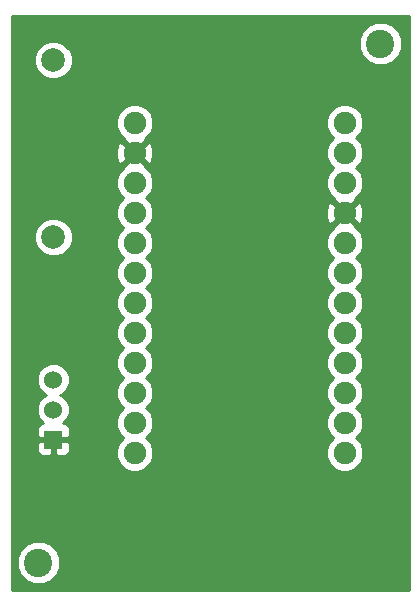
<source format=gbl>
G04 #@! TF.FileFunction,Copper,L2,Bot,Signal*
%FSLAX46Y46*%
G04 Gerber Fmt 4.6, Leading zero omitted, Abs format (unit mm)*
G04 Created by KiCad (PCBNEW (2015-11-24 BZR 6329, Git e511afd)-product) date Die 01 Dez 2015 10:43:08 CET*
%MOMM*%
G01*
G04 APERTURE LIST*
%ADD10C,0.150000*%
%ADD11C,1.900000*%
%ADD12R,1.524000X1.524000*%
%ADD13C,1.524000*%
%ADD14C,2.400000*%
%ADD15C,1.998980*%
%ADD16C,0.254000*%
G04 APERTURE END LIST*
D10*
D11*
X121190000Y-78852000D03*
X121190000Y-81392000D03*
X121190000Y-83932000D03*
X121190000Y-86472000D03*
X121190000Y-89012000D03*
X121190000Y-91552000D03*
X121190000Y-94092000D03*
X121190000Y-96632000D03*
X121190000Y-99172000D03*
X121190000Y-101712000D03*
X121190000Y-104252000D03*
X121190000Y-106792000D03*
X138970000Y-78852000D03*
X138970000Y-81392000D03*
X138970000Y-83932000D03*
X138970000Y-86472000D03*
X138970000Y-89012000D03*
X138970000Y-91552000D03*
X138970000Y-94092000D03*
X138970000Y-96632000D03*
X138970000Y-99172000D03*
X138970000Y-101712000D03*
X138970000Y-104252000D03*
X138970000Y-106792000D03*
D12*
X114300000Y-105664000D03*
D13*
X114300000Y-103124000D03*
X114300000Y-100584000D03*
D14*
X113030000Y-116078000D03*
X141986000Y-72136000D03*
D15*
X114300000Y-73526000D03*
X114300000Y-88526000D03*
D16*
G36*
X144395000Y-118407000D02*
X110765000Y-118407000D01*
X110765000Y-116441403D01*
X111194682Y-116441403D01*
X111473455Y-117116086D01*
X111989199Y-117632730D01*
X112663395Y-117912681D01*
X113393403Y-117913318D01*
X114068086Y-117634545D01*
X114584730Y-117118801D01*
X114864681Y-116444605D01*
X114865318Y-115714597D01*
X114586545Y-115039914D01*
X114070801Y-114523270D01*
X113396605Y-114243319D01*
X112666597Y-114242682D01*
X111991914Y-114521455D01*
X111475270Y-115037199D01*
X111195319Y-115711395D01*
X111194682Y-116441403D01*
X110765000Y-116441403D01*
X110765000Y-105949750D01*
X112903000Y-105949750D01*
X112903000Y-106552309D01*
X112999673Y-106785698D01*
X113178301Y-106964327D01*
X113411690Y-107061000D01*
X114014250Y-107061000D01*
X114173000Y-106902250D01*
X114173000Y-105791000D01*
X114427000Y-105791000D01*
X114427000Y-106902250D01*
X114585750Y-107061000D01*
X115188310Y-107061000D01*
X115421699Y-106964327D01*
X115600327Y-106785698D01*
X115697000Y-106552309D01*
X115697000Y-105949750D01*
X115538250Y-105791000D01*
X114427000Y-105791000D01*
X114173000Y-105791000D01*
X113061750Y-105791000D01*
X112903000Y-105949750D01*
X110765000Y-105949750D01*
X110765000Y-100860661D01*
X112902758Y-100860661D01*
X113114990Y-101374303D01*
X113507630Y-101767629D01*
X113715512Y-101853949D01*
X113509697Y-101938990D01*
X113116371Y-102331630D01*
X112903243Y-102844900D01*
X112902758Y-103400661D01*
X113114990Y-103914303D01*
X113467072Y-104267000D01*
X113411690Y-104267000D01*
X113178301Y-104363673D01*
X112999673Y-104542302D01*
X112903000Y-104775691D01*
X112903000Y-105378250D01*
X113061750Y-105537000D01*
X114173000Y-105537000D01*
X114173000Y-105517000D01*
X114427000Y-105517000D01*
X114427000Y-105537000D01*
X115538250Y-105537000D01*
X115697000Y-105378250D01*
X115697000Y-104775691D01*
X115600327Y-104542302D01*
X115421699Y-104363673D01*
X115188310Y-104267000D01*
X115132386Y-104267000D01*
X115483629Y-103916370D01*
X115696757Y-103403100D01*
X115697242Y-102847339D01*
X115485010Y-102333697D01*
X115092370Y-101940371D01*
X114884488Y-101854051D01*
X115090303Y-101769010D01*
X115483629Y-101376370D01*
X115696757Y-100863100D01*
X115697242Y-100307339D01*
X115485010Y-99793697D01*
X115092370Y-99400371D01*
X114579100Y-99187243D01*
X114023339Y-99186758D01*
X113509697Y-99398990D01*
X113116371Y-99791630D01*
X112903243Y-100304900D01*
X112902758Y-100860661D01*
X110765000Y-100860661D01*
X110765000Y-88849694D01*
X112665226Y-88849694D01*
X112913538Y-89450655D01*
X113372927Y-89910846D01*
X113973453Y-90160206D01*
X114623694Y-90160774D01*
X115224655Y-89912462D01*
X115684846Y-89453073D01*
X115934206Y-88852547D01*
X115934774Y-88202306D01*
X115686462Y-87601345D01*
X115227073Y-87141154D01*
X114626547Y-86891794D01*
X113976306Y-86891226D01*
X113375345Y-87139538D01*
X112915154Y-87598927D01*
X112665794Y-88199453D01*
X112665226Y-88849694D01*
X110765000Y-88849694D01*
X110765000Y-84245893D01*
X119604725Y-84245893D01*
X119845519Y-84828657D01*
X120218471Y-85202261D01*
X119847086Y-85572997D01*
X119605276Y-86155341D01*
X119604725Y-86785893D01*
X119845519Y-87368657D01*
X120218471Y-87742261D01*
X119847086Y-88112997D01*
X119605276Y-88695341D01*
X119604725Y-89325893D01*
X119845519Y-89908657D01*
X120218471Y-90282261D01*
X119847086Y-90652997D01*
X119605276Y-91235341D01*
X119604725Y-91865893D01*
X119845519Y-92448657D01*
X120218471Y-92822261D01*
X119847086Y-93192997D01*
X119605276Y-93775341D01*
X119604725Y-94405893D01*
X119845519Y-94988657D01*
X120218471Y-95362261D01*
X119847086Y-95732997D01*
X119605276Y-96315341D01*
X119604725Y-96945893D01*
X119845519Y-97528657D01*
X120218471Y-97902261D01*
X119847086Y-98272997D01*
X119605276Y-98855341D01*
X119604725Y-99485893D01*
X119845519Y-100068657D01*
X120218471Y-100442261D01*
X119847086Y-100812997D01*
X119605276Y-101395341D01*
X119604725Y-102025893D01*
X119845519Y-102608657D01*
X120218471Y-102982261D01*
X119847086Y-103352997D01*
X119605276Y-103935341D01*
X119604725Y-104565893D01*
X119845519Y-105148657D01*
X120218471Y-105522261D01*
X119847086Y-105892997D01*
X119605276Y-106475341D01*
X119604725Y-107105893D01*
X119845519Y-107688657D01*
X120290997Y-108134914D01*
X120873341Y-108376724D01*
X121503893Y-108377275D01*
X122086657Y-108136481D01*
X122532914Y-107691003D01*
X122774724Y-107108659D01*
X122775275Y-106478107D01*
X122534481Y-105895343D01*
X122161529Y-105521739D01*
X122532914Y-105151003D01*
X122774724Y-104568659D01*
X122775275Y-103938107D01*
X122534481Y-103355343D01*
X122161529Y-102981739D01*
X122532914Y-102611003D01*
X122774724Y-102028659D01*
X122775275Y-101398107D01*
X122534481Y-100815343D01*
X122161529Y-100441739D01*
X122532914Y-100071003D01*
X122774724Y-99488659D01*
X122775275Y-98858107D01*
X122534481Y-98275343D01*
X122161529Y-97901739D01*
X122532914Y-97531003D01*
X122774724Y-96948659D01*
X122775275Y-96318107D01*
X122534481Y-95735343D01*
X122161529Y-95361739D01*
X122532914Y-94991003D01*
X122774724Y-94408659D01*
X122775275Y-93778107D01*
X122534481Y-93195343D01*
X122161529Y-92821739D01*
X122532914Y-92451003D01*
X122774724Y-91868659D01*
X122775275Y-91238107D01*
X122534481Y-90655343D01*
X122161529Y-90281739D01*
X122532914Y-89911003D01*
X122774724Y-89328659D01*
X122774726Y-89325893D01*
X137384725Y-89325893D01*
X137625519Y-89908657D01*
X137998471Y-90282261D01*
X137627086Y-90652997D01*
X137385276Y-91235341D01*
X137384725Y-91865893D01*
X137625519Y-92448657D01*
X137998471Y-92822261D01*
X137627086Y-93192997D01*
X137385276Y-93775341D01*
X137384725Y-94405893D01*
X137625519Y-94988657D01*
X137998471Y-95362261D01*
X137627086Y-95732997D01*
X137385276Y-96315341D01*
X137384725Y-96945893D01*
X137625519Y-97528657D01*
X137998471Y-97902261D01*
X137627086Y-98272997D01*
X137385276Y-98855341D01*
X137384725Y-99485893D01*
X137625519Y-100068657D01*
X137998471Y-100442261D01*
X137627086Y-100812997D01*
X137385276Y-101395341D01*
X137384725Y-102025893D01*
X137625519Y-102608657D01*
X137998471Y-102982261D01*
X137627086Y-103352997D01*
X137385276Y-103935341D01*
X137384725Y-104565893D01*
X137625519Y-105148657D01*
X137998471Y-105522261D01*
X137627086Y-105892997D01*
X137385276Y-106475341D01*
X137384725Y-107105893D01*
X137625519Y-107688657D01*
X138070997Y-108134914D01*
X138653341Y-108376724D01*
X139283893Y-108377275D01*
X139866657Y-108136481D01*
X140312914Y-107691003D01*
X140554724Y-107108659D01*
X140555275Y-106478107D01*
X140314481Y-105895343D01*
X139941529Y-105521739D01*
X140312914Y-105151003D01*
X140554724Y-104568659D01*
X140555275Y-103938107D01*
X140314481Y-103355343D01*
X139941529Y-102981739D01*
X140312914Y-102611003D01*
X140554724Y-102028659D01*
X140555275Y-101398107D01*
X140314481Y-100815343D01*
X139941529Y-100441739D01*
X140312914Y-100071003D01*
X140554724Y-99488659D01*
X140555275Y-98858107D01*
X140314481Y-98275343D01*
X139941529Y-97901739D01*
X140312914Y-97531003D01*
X140554724Y-96948659D01*
X140555275Y-96318107D01*
X140314481Y-95735343D01*
X139941529Y-95361739D01*
X140312914Y-94991003D01*
X140554724Y-94408659D01*
X140555275Y-93778107D01*
X140314481Y-93195343D01*
X139941529Y-92821739D01*
X140312914Y-92451003D01*
X140554724Y-91868659D01*
X140555275Y-91238107D01*
X140314481Y-90655343D01*
X139941529Y-90281739D01*
X140312914Y-89911003D01*
X140554724Y-89328659D01*
X140555275Y-88698107D01*
X140314481Y-88115343D01*
X139875789Y-87675884D01*
X139906745Y-87588350D01*
X138970000Y-86651605D01*
X138033255Y-87588350D01*
X138064407Y-87676439D01*
X137627086Y-88112997D01*
X137385276Y-88695341D01*
X137384725Y-89325893D01*
X122774726Y-89325893D01*
X122775275Y-88698107D01*
X122534481Y-88115343D01*
X122161529Y-87741739D01*
X122532914Y-87371003D01*
X122774724Y-86788659D01*
X122775221Y-86219398D01*
X137373812Y-86219398D01*
X137398648Y-86849461D01*
X137591981Y-87316208D01*
X137853650Y-87408745D01*
X138790395Y-86472000D01*
X139149605Y-86472000D01*
X140086350Y-87408745D01*
X140348019Y-87316208D01*
X140566188Y-86724602D01*
X140541352Y-86094539D01*
X140348019Y-85627792D01*
X140086350Y-85535255D01*
X139149605Y-86472000D01*
X138790395Y-86472000D01*
X137853650Y-85535255D01*
X137591981Y-85627792D01*
X137373812Y-86219398D01*
X122775221Y-86219398D01*
X122775275Y-86158107D01*
X122534481Y-85575343D01*
X122161529Y-85201739D01*
X122532914Y-84831003D01*
X122774724Y-84248659D01*
X122775275Y-83618107D01*
X122534481Y-83035343D01*
X122095789Y-82595884D01*
X122126745Y-82508350D01*
X121190000Y-81571605D01*
X120253255Y-82508350D01*
X120284407Y-82596439D01*
X119847086Y-83032997D01*
X119605276Y-83615341D01*
X119604725Y-84245893D01*
X110765000Y-84245893D01*
X110765000Y-81139398D01*
X119593812Y-81139398D01*
X119618648Y-81769461D01*
X119811981Y-82236208D01*
X120073650Y-82328745D01*
X121010395Y-81392000D01*
X121369605Y-81392000D01*
X122306350Y-82328745D01*
X122568019Y-82236208D01*
X122786188Y-81644602D01*
X122761352Y-81014539D01*
X122568019Y-80547792D01*
X122306350Y-80455255D01*
X121369605Y-81392000D01*
X121010395Y-81392000D01*
X120073650Y-80455255D01*
X119811981Y-80547792D01*
X119593812Y-81139398D01*
X110765000Y-81139398D01*
X110765000Y-79165893D01*
X119604725Y-79165893D01*
X119845519Y-79748657D01*
X120284211Y-80188116D01*
X120253255Y-80275650D01*
X121190000Y-81212395D01*
X122126745Y-80275650D01*
X122095593Y-80187561D01*
X122532914Y-79751003D01*
X122774724Y-79168659D01*
X122774726Y-79165893D01*
X137384725Y-79165893D01*
X137625519Y-79748657D01*
X137998471Y-80122261D01*
X137627086Y-80492997D01*
X137385276Y-81075341D01*
X137384725Y-81705893D01*
X137625519Y-82288657D01*
X137998471Y-82662261D01*
X137627086Y-83032997D01*
X137385276Y-83615341D01*
X137384725Y-84245893D01*
X137625519Y-84828657D01*
X138064211Y-85268116D01*
X138033255Y-85355650D01*
X138970000Y-86292395D01*
X139906745Y-85355650D01*
X139875593Y-85267561D01*
X140312914Y-84831003D01*
X140554724Y-84248659D01*
X140555275Y-83618107D01*
X140314481Y-83035343D01*
X139941529Y-82661739D01*
X140312914Y-82291003D01*
X140554724Y-81708659D01*
X140555275Y-81078107D01*
X140314481Y-80495343D01*
X139941529Y-80121739D01*
X140312914Y-79751003D01*
X140554724Y-79168659D01*
X140555275Y-78538107D01*
X140314481Y-77955343D01*
X139869003Y-77509086D01*
X139286659Y-77267276D01*
X138656107Y-77266725D01*
X138073343Y-77507519D01*
X137627086Y-77952997D01*
X137385276Y-78535341D01*
X137384725Y-79165893D01*
X122774726Y-79165893D01*
X122775275Y-78538107D01*
X122534481Y-77955343D01*
X122089003Y-77509086D01*
X121506659Y-77267276D01*
X120876107Y-77266725D01*
X120293343Y-77507519D01*
X119847086Y-77952997D01*
X119605276Y-78535341D01*
X119604725Y-79165893D01*
X110765000Y-79165893D01*
X110765000Y-73849694D01*
X112665226Y-73849694D01*
X112913538Y-74450655D01*
X113372927Y-74910846D01*
X113973453Y-75160206D01*
X114623694Y-75160774D01*
X115224655Y-74912462D01*
X115684846Y-74453073D01*
X115934206Y-73852547D01*
X115934774Y-73202306D01*
X115686462Y-72601345D01*
X115584698Y-72499403D01*
X140150682Y-72499403D01*
X140429455Y-73174086D01*
X140945199Y-73690730D01*
X141619395Y-73970681D01*
X142349403Y-73971318D01*
X143024086Y-73692545D01*
X143540730Y-73176801D01*
X143820681Y-72502605D01*
X143821318Y-71772597D01*
X143542545Y-71097914D01*
X143026801Y-70581270D01*
X142352605Y-70301319D01*
X141622597Y-70300682D01*
X140947914Y-70579455D01*
X140431270Y-71095199D01*
X140151319Y-71769395D01*
X140150682Y-72499403D01*
X115584698Y-72499403D01*
X115227073Y-72141154D01*
X114626547Y-71891794D01*
X113976306Y-71891226D01*
X113375345Y-72139538D01*
X112915154Y-72598927D01*
X112665794Y-73199453D01*
X112665226Y-73849694D01*
X110765000Y-73849694D01*
X110765000Y-69777000D01*
X144395000Y-69777000D01*
X144395000Y-118407000D01*
X144395000Y-118407000D01*
G37*
X144395000Y-118407000D02*
X110765000Y-118407000D01*
X110765000Y-116441403D01*
X111194682Y-116441403D01*
X111473455Y-117116086D01*
X111989199Y-117632730D01*
X112663395Y-117912681D01*
X113393403Y-117913318D01*
X114068086Y-117634545D01*
X114584730Y-117118801D01*
X114864681Y-116444605D01*
X114865318Y-115714597D01*
X114586545Y-115039914D01*
X114070801Y-114523270D01*
X113396605Y-114243319D01*
X112666597Y-114242682D01*
X111991914Y-114521455D01*
X111475270Y-115037199D01*
X111195319Y-115711395D01*
X111194682Y-116441403D01*
X110765000Y-116441403D01*
X110765000Y-105949750D01*
X112903000Y-105949750D01*
X112903000Y-106552309D01*
X112999673Y-106785698D01*
X113178301Y-106964327D01*
X113411690Y-107061000D01*
X114014250Y-107061000D01*
X114173000Y-106902250D01*
X114173000Y-105791000D01*
X114427000Y-105791000D01*
X114427000Y-106902250D01*
X114585750Y-107061000D01*
X115188310Y-107061000D01*
X115421699Y-106964327D01*
X115600327Y-106785698D01*
X115697000Y-106552309D01*
X115697000Y-105949750D01*
X115538250Y-105791000D01*
X114427000Y-105791000D01*
X114173000Y-105791000D01*
X113061750Y-105791000D01*
X112903000Y-105949750D01*
X110765000Y-105949750D01*
X110765000Y-100860661D01*
X112902758Y-100860661D01*
X113114990Y-101374303D01*
X113507630Y-101767629D01*
X113715512Y-101853949D01*
X113509697Y-101938990D01*
X113116371Y-102331630D01*
X112903243Y-102844900D01*
X112902758Y-103400661D01*
X113114990Y-103914303D01*
X113467072Y-104267000D01*
X113411690Y-104267000D01*
X113178301Y-104363673D01*
X112999673Y-104542302D01*
X112903000Y-104775691D01*
X112903000Y-105378250D01*
X113061750Y-105537000D01*
X114173000Y-105537000D01*
X114173000Y-105517000D01*
X114427000Y-105517000D01*
X114427000Y-105537000D01*
X115538250Y-105537000D01*
X115697000Y-105378250D01*
X115697000Y-104775691D01*
X115600327Y-104542302D01*
X115421699Y-104363673D01*
X115188310Y-104267000D01*
X115132386Y-104267000D01*
X115483629Y-103916370D01*
X115696757Y-103403100D01*
X115697242Y-102847339D01*
X115485010Y-102333697D01*
X115092370Y-101940371D01*
X114884488Y-101854051D01*
X115090303Y-101769010D01*
X115483629Y-101376370D01*
X115696757Y-100863100D01*
X115697242Y-100307339D01*
X115485010Y-99793697D01*
X115092370Y-99400371D01*
X114579100Y-99187243D01*
X114023339Y-99186758D01*
X113509697Y-99398990D01*
X113116371Y-99791630D01*
X112903243Y-100304900D01*
X112902758Y-100860661D01*
X110765000Y-100860661D01*
X110765000Y-88849694D01*
X112665226Y-88849694D01*
X112913538Y-89450655D01*
X113372927Y-89910846D01*
X113973453Y-90160206D01*
X114623694Y-90160774D01*
X115224655Y-89912462D01*
X115684846Y-89453073D01*
X115934206Y-88852547D01*
X115934774Y-88202306D01*
X115686462Y-87601345D01*
X115227073Y-87141154D01*
X114626547Y-86891794D01*
X113976306Y-86891226D01*
X113375345Y-87139538D01*
X112915154Y-87598927D01*
X112665794Y-88199453D01*
X112665226Y-88849694D01*
X110765000Y-88849694D01*
X110765000Y-84245893D01*
X119604725Y-84245893D01*
X119845519Y-84828657D01*
X120218471Y-85202261D01*
X119847086Y-85572997D01*
X119605276Y-86155341D01*
X119604725Y-86785893D01*
X119845519Y-87368657D01*
X120218471Y-87742261D01*
X119847086Y-88112997D01*
X119605276Y-88695341D01*
X119604725Y-89325893D01*
X119845519Y-89908657D01*
X120218471Y-90282261D01*
X119847086Y-90652997D01*
X119605276Y-91235341D01*
X119604725Y-91865893D01*
X119845519Y-92448657D01*
X120218471Y-92822261D01*
X119847086Y-93192997D01*
X119605276Y-93775341D01*
X119604725Y-94405893D01*
X119845519Y-94988657D01*
X120218471Y-95362261D01*
X119847086Y-95732997D01*
X119605276Y-96315341D01*
X119604725Y-96945893D01*
X119845519Y-97528657D01*
X120218471Y-97902261D01*
X119847086Y-98272997D01*
X119605276Y-98855341D01*
X119604725Y-99485893D01*
X119845519Y-100068657D01*
X120218471Y-100442261D01*
X119847086Y-100812997D01*
X119605276Y-101395341D01*
X119604725Y-102025893D01*
X119845519Y-102608657D01*
X120218471Y-102982261D01*
X119847086Y-103352997D01*
X119605276Y-103935341D01*
X119604725Y-104565893D01*
X119845519Y-105148657D01*
X120218471Y-105522261D01*
X119847086Y-105892997D01*
X119605276Y-106475341D01*
X119604725Y-107105893D01*
X119845519Y-107688657D01*
X120290997Y-108134914D01*
X120873341Y-108376724D01*
X121503893Y-108377275D01*
X122086657Y-108136481D01*
X122532914Y-107691003D01*
X122774724Y-107108659D01*
X122775275Y-106478107D01*
X122534481Y-105895343D01*
X122161529Y-105521739D01*
X122532914Y-105151003D01*
X122774724Y-104568659D01*
X122775275Y-103938107D01*
X122534481Y-103355343D01*
X122161529Y-102981739D01*
X122532914Y-102611003D01*
X122774724Y-102028659D01*
X122775275Y-101398107D01*
X122534481Y-100815343D01*
X122161529Y-100441739D01*
X122532914Y-100071003D01*
X122774724Y-99488659D01*
X122775275Y-98858107D01*
X122534481Y-98275343D01*
X122161529Y-97901739D01*
X122532914Y-97531003D01*
X122774724Y-96948659D01*
X122775275Y-96318107D01*
X122534481Y-95735343D01*
X122161529Y-95361739D01*
X122532914Y-94991003D01*
X122774724Y-94408659D01*
X122775275Y-93778107D01*
X122534481Y-93195343D01*
X122161529Y-92821739D01*
X122532914Y-92451003D01*
X122774724Y-91868659D01*
X122775275Y-91238107D01*
X122534481Y-90655343D01*
X122161529Y-90281739D01*
X122532914Y-89911003D01*
X122774724Y-89328659D01*
X122774726Y-89325893D01*
X137384725Y-89325893D01*
X137625519Y-89908657D01*
X137998471Y-90282261D01*
X137627086Y-90652997D01*
X137385276Y-91235341D01*
X137384725Y-91865893D01*
X137625519Y-92448657D01*
X137998471Y-92822261D01*
X137627086Y-93192997D01*
X137385276Y-93775341D01*
X137384725Y-94405893D01*
X137625519Y-94988657D01*
X137998471Y-95362261D01*
X137627086Y-95732997D01*
X137385276Y-96315341D01*
X137384725Y-96945893D01*
X137625519Y-97528657D01*
X137998471Y-97902261D01*
X137627086Y-98272997D01*
X137385276Y-98855341D01*
X137384725Y-99485893D01*
X137625519Y-100068657D01*
X137998471Y-100442261D01*
X137627086Y-100812997D01*
X137385276Y-101395341D01*
X137384725Y-102025893D01*
X137625519Y-102608657D01*
X137998471Y-102982261D01*
X137627086Y-103352997D01*
X137385276Y-103935341D01*
X137384725Y-104565893D01*
X137625519Y-105148657D01*
X137998471Y-105522261D01*
X137627086Y-105892997D01*
X137385276Y-106475341D01*
X137384725Y-107105893D01*
X137625519Y-107688657D01*
X138070997Y-108134914D01*
X138653341Y-108376724D01*
X139283893Y-108377275D01*
X139866657Y-108136481D01*
X140312914Y-107691003D01*
X140554724Y-107108659D01*
X140555275Y-106478107D01*
X140314481Y-105895343D01*
X139941529Y-105521739D01*
X140312914Y-105151003D01*
X140554724Y-104568659D01*
X140555275Y-103938107D01*
X140314481Y-103355343D01*
X139941529Y-102981739D01*
X140312914Y-102611003D01*
X140554724Y-102028659D01*
X140555275Y-101398107D01*
X140314481Y-100815343D01*
X139941529Y-100441739D01*
X140312914Y-100071003D01*
X140554724Y-99488659D01*
X140555275Y-98858107D01*
X140314481Y-98275343D01*
X139941529Y-97901739D01*
X140312914Y-97531003D01*
X140554724Y-96948659D01*
X140555275Y-96318107D01*
X140314481Y-95735343D01*
X139941529Y-95361739D01*
X140312914Y-94991003D01*
X140554724Y-94408659D01*
X140555275Y-93778107D01*
X140314481Y-93195343D01*
X139941529Y-92821739D01*
X140312914Y-92451003D01*
X140554724Y-91868659D01*
X140555275Y-91238107D01*
X140314481Y-90655343D01*
X139941529Y-90281739D01*
X140312914Y-89911003D01*
X140554724Y-89328659D01*
X140555275Y-88698107D01*
X140314481Y-88115343D01*
X139875789Y-87675884D01*
X139906745Y-87588350D01*
X138970000Y-86651605D01*
X138033255Y-87588350D01*
X138064407Y-87676439D01*
X137627086Y-88112997D01*
X137385276Y-88695341D01*
X137384725Y-89325893D01*
X122774726Y-89325893D01*
X122775275Y-88698107D01*
X122534481Y-88115343D01*
X122161529Y-87741739D01*
X122532914Y-87371003D01*
X122774724Y-86788659D01*
X122775221Y-86219398D01*
X137373812Y-86219398D01*
X137398648Y-86849461D01*
X137591981Y-87316208D01*
X137853650Y-87408745D01*
X138790395Y-86472000D01*
X139149605Y-86472000D01*
X140086350Y-87408745D01*
X140348019Y-87316208D01*
X140566188Y-86724602D01*
X140541352Y-86094539D01*
X140348019Y-85627792D01*
X140086350Y-85535255D01*
X139149605Y-86472000D01*
X138790395Y-86472000D01*
X137853650Y-85535255D01*
X137591981Y-85627792D01*
X137373812Y-86219398D01*
X122775221Y-86219398D01*
X122775275Y-86158107D01*
X122534481Y-85575343D01*
X122161529Y-85201739D01*
X122532914Y-84831003D01*
X122774724Y-84248659D01*
X122775275Y-83618107D01*
X122534481Y-83035343D01*
X122095789Y-82595884D01*
X122126745Y-82508350D01*
X121190000Y-81571605D01*
X120253255Y-82508350D01*
X120284407Y-82596439D01*
X119847086Y-83032997D01*
X119605276Y-83615341D01*
X119604725Y-84245893D01*
X110765000Y-84245893D01*
X110765000Y-81139398D01*
X119593812Y-81139398D01*
X119618648Y-81769461D01*
X119811981Y-82236208D01*
X120073650Y-82328745D01*
X121010395Y-81392000D01*
X121369605Y-81392000D01*
X122306350Y-82328745D01*
X122568019Y-82236208D01*
X122786188Y-81644602D01*
X122761352Y-81014539D01*
X122568019Y-80547792D01*
X122306350Y-80455255D01*
X121369605Y-81392000D01*
X121010395Y-81392000D01*
X120073650Y-80455255D01*
X119811981Y-80547792D01*
X119593812Y-81139398D01*
X110765000Y-81139398D01*
X110765000Y-79165893D01*
X119604725Y-79165893D01*
X119845519Y-79748657D01*
X120284211Y-80188116D01*
X120253255Y-80275650D01*
X121190000Y-81212395D01*
X122126745Y-80275650D01*
X122095593Y-80187561D01*
X122532914Y-79751003D01*
X122774724Y-79168659D01*
X122774726Y-79165893D01*
X137384725Y-79165893D01*
X137625519Y-79748657D01*
X137998471Y-80122261D01*
X137627086Y-80492997D01*
X137385276Y-81075341D01*
X137384725Y-81705893D01*
X137625519Y-82288657D01*
X137998471Y-82662261D01*
X137627086Y-83032997D01*
X137385276Y-83615341D01*
X137384725Y-84245893D01*
X137625519Y-84828657D01*
X138064211Y-85268116D01*
X138033255Y-85355650D01*
X138970000Y-86292395D01*
X139906745Y-85355650D01*
X139875593Y-85267561D01*
X140312914Y-84831003D01*
X140554724Y-84248659D01*
X140555275Y-83618107D01*
X140314481Y-83035343D01*
X139941529Y-82661739D01*
X140312914Y-82291003D01*
X140554724Y-81708659D01*
X140555275Y-81078107D01*
X140314481Y-80495343D01*
X139941529Y-80121739D01*
X140312914Y-79751003D01*
X140554724Y-79168659D01*
X140555275Y-78538107D01*
X140314481Y-77955343D01*
X139869003Y-77509086D01*
X139286659Y-77267276D01*
X138656107Y-77266725D01*
X138073343Y-77507519D01*
X137627086Y-77952997D01*
X137385276Y-78535341D01*
X137384725Y-79165893D01*
X122774726Y-79165893D01*
X122775275Y-78538107D01*
X122534481Y-77955343D01*
X122089003Y-77509086D01*
X121506659Y-77267276D01*
X120876107Y-77266725D01*
X120293343Y-77507519D01*
X119847086Y-77952997D01*
X119605276Y-78535341D01*
X119604725Y-79165893D01*
X110765000Y-79165893D01*
X110765000Y-73849694D01*
X112665226Y-73849694D01*
X112913538Y-74450655D01*
X113372927Y-74910846D01*
X113973453Y-75160206D01*
X114623694Y-75160774D01*
X115224655Y-74912462D01*
X115684846Y-74453073D01*
X115934206Y-73852547D01*
X115934774Y-73202306D01*
X115686462Y-72601345D01*
X115584698Y-72499403D01*
X140150682Y-72499403D01*
X140429455Y-73174086D01*
X140945199Y-73690730D01*
X141619395Y-73970681D01*
X142349403Y-73971318D01*
X143024086Y-73692545D01*
X143540730Y-73176801D01*
X143820681Y-72502605D01*
X143821318Y-71772597D01*
X143542545Y-71097914D01*
X143026801Y-70581270D01*
X142352605Y-70301319D01*
X141622597Y-70300682D01*
X140947914Y-70579455D01*
X140431270Y-71095199D01*
X140151319Y-71769395D01*
X140150682Y-72499403D01*
X115584698Y-72499403D01*
X115227073Y-72141154D01*
X114626547Y-71891794D01*
X113976306Y-71891226D01*
X113375345Y-72139538D01*
X112915154Y-72598927D01*
X112665794Y-73199453D01*
X112665226Y-73849694D01*
X110765000Y-73849694D01*
X110765000Y-69777000D01*
X144395000Y-69777000D01*
X144395000Y-118407000D01*
M02*

</source>
